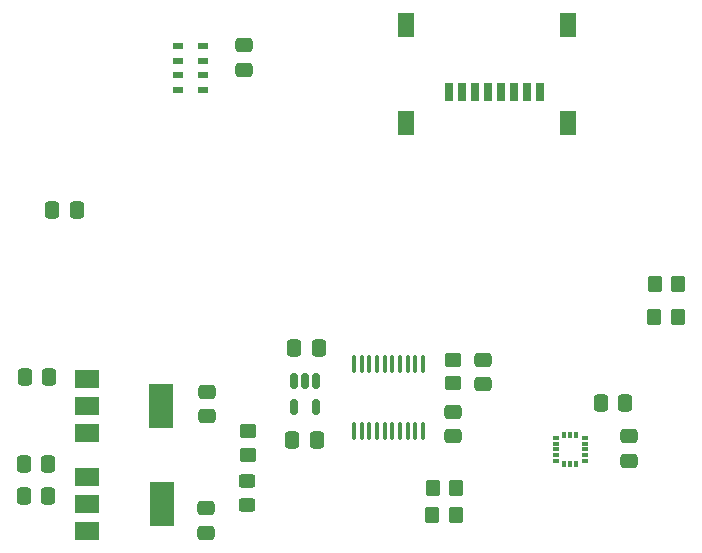
<source format=gbr>
%TF.GenerationSoftware,KiCad,Pcbnew,(6.0.2)*%
%TF.CreationDate,2022-10-19T15:06:20+05:30*%
%TF.ProjectId,flight_controller,666c6967-6874-45f6-936f-6e74726f6c6c,rev?*%
%TF.SameCoordinates,Original*%
%TF.FileFunction,Paste,Bot*%
%TF.FilePolarity,Positive*%
%FSLAX46Y46*%
G04 Gerber Fmt 4.6, Leading zero omitted, Abs format (unit mm)*
G04 Created by KiCad (PCBNEW (6.0.2)) date 2022-10-19 15:06:20*
%MOMM*%
%LPD*%
G01*
G04 APERTURE LIST*
G04 Aperture macros list*
%AMRoundRect*
0 Rectangle with rounded corners*
0 $1 Rounding radius*
0 $2 $3 $4 $5 $6 $7 $8 $9 X,Y pos of 4 corners*
0 Add a 4 corners polygon primitive as box body*
4,1,4,$2,$3,$4,$5,$6,$7,$8,$9,$2,$3,0*
0 Add four circle primitives for the rounded corners*
1,1,$1+$1,$2,$3*
1,1,$1+$1,$4,$5*
1,1,$1+$1,$6,$7*
1,1,$1+$1,$8,$9*
0 Add four rect primitives between the rounded corners*
20,1,$1+$1,$2,$3,$4,$5,0*
20,1,$1+$1,$4,$5,$6,$7,0*
20,1,$1+$1,$6,$7,$8,$9,0*
20,1,$1+$1,$8,$9,$2,$3,0*%
G04 Aperture macros list end*
%ADD10RoundRect,0.250000X0.350000X0.450000X-0.350000X0.450000X-0.350000X-0.450000X0.350000X-0.450000X0*%
%ADD11RoundRect,0.250000X0.337500X0.475000X-0.337500X0.475000X-0.337500X-0.475000X0.337500X-0.475000X0*%
%ADD12RoundRect,0.250000X-0.450000X0.350000X-0.450000X-0.350000X0.450000X-0.350000X0.450000X0.350000X0*%
%ADD13RoundRect,0.250000X-0.475000X0.337500X-0.475000X-0.337500X0.475000X-0.337500X0.475000X0.337500X0*%
%ADD14RoundRect,0.250000X-0.337500X-0.475000X0.337500X-0.475000X0.337500X0.475000X-0.337500X0.475000X0*%
%ADD15RoundRect,0.250000X0.475000X-0.337500X0.475000X0.337500X-0.475000X0.337500X-0.475000X-0.337500X0*%
%ADD16RoundRect,0.250000X-0.350000X-0.450000X0.350000X-0.450000X0.350000X0.450000X-0.350000X0.450000X0*%
%ADD17RoundRect,0.100000X-0.100000X0.637500X-0.100000X-0.637500X0.100000X-0.637500X0.100000X0.637500X0*%
%ADD18RoundRect,0.150000X-0.150000X0.512500X-0.150000X-0.512500X0.150000X-0.512500X0.150000X0.512500X0*%
%ADD19RoundRect,0.087500X0.187500X0.087500X-0.187500X0.087500X-0.187500X-0.087500X0.187500X-0.087500X0*%
%ADD20RoundRect,0.087500X0.087500X0.187500X-0.087500X0.187500X-0.087500X-0.187500X0.087500X-0.187500X0*%
%ADD21RoundRect,0.250000X0.450000X-0.350000X0.450000X0.350000X-0.450000X0.350000X-0.450000X-0.350000X0*%
%ADD22R,0.950000X0.550000*%
%ADD23RoundRect,0.250000X0.450000X-0.325000X0.450000X0.325000X-0.450000X0.325000X-0.450000X-0.325000X0*%
%ADD24R,2.000000X1.500000*%
%ADD25R,2.000000X3.800000*%
%ADD26R,0.800000X1.500000*%
%ADD27R,1.450000X2.000000*%
G04 APERTURE END LIST*
D10*
%TO.C,R13*%
X94234000Y-144272000D03*
X92234000Y-144272000D03*
%TD*%
D11*
%TO.C,C18*%
X108537500Y-137100000D03*
X106462500Y-137100000D03*
%TD*%
%TO.C,C32*%
X62087500Y-120750000D03*
X60012500Y-120750000D03*
%TD*%
%TO.C,C29*%
X59687500Y-142300000D03*
X57612500Y-142300000D03*
%TD*%
%TO.C,C27*%
X59787500Y-134900000D03*
X57712500Y-134900000D03*
%TD*%
D12*
%TO.C,R11*%
X76600000Y-139500000D03*
X76600000Y-141500000D03*
%TD*%
D13*
%TO.C,C19*%
X76250000Y-106812500D03*
X76250000Y-108887500D03*
%TD*%
D14*
%TO.C,C25*%
X80362500Y-140250000D03*
X82437500Y-140250000D03*
%TD*%
D15*
%TO.C,C26*%
X96500000Y-135537500D03*
X96500000Y-133462500D03*
%TD*%
D16*
%TO.C,R28*%
X111014000Y-129794000D03*
X113014000Y-129794000D03*
%TD*%
D17*
%TO.C,U5*%
X85575000Y-133787500D03*
X86225000Y-133787500D03*
X86875000Y-133787500D03*
X87525000Y-133787500D03*
X88175000Y-133787500D03*
X88825000Y-133787500D03*
X89475000Y-133787500D03*
X90125000Y-133787500D03*
X90775000Y-133787500D03*
X91425000Y-133787500D03*
X91425000Y-139512500D03*
X90775000Y-139512500D03*
X90125000Y-139512500D03*
X89475000Y-139512500D03*
X88825000Y-139512500D03*
X88175000Y-139512500D03*
X87525000Y-139512500D03*
X86875000Y-139512500D03*
X86225000Y-139512500D03*
X85575000Y-139512500D03*
%TD*%
D18*
%TO.C,U4*%
X80500000Y-135212500D03*
X81450000Y-135212500D03*
X82400000Y-135212500D03*
X82400000Y-137487500D03*
X80500000Y-137487500D03*
%TD*%
D13*
%TO.C,C22*%
X94000000Y-137862500D03*
X94000000Y-139937500D03*
%TD*%
D14*
%TO.C,C20*%
X80512500Y-132500000D03*
X82587500Y-132500000D03*
%TD*%
D13*
%TO.C,C17*%
X108900000Y-139912500D03*
X108900000Y-141987500D03*
%TD*%
D19*
%TO.C,U2*%
X105125000Y-140050000D03*
X105125000Y-140550000D03*
X105125000Y-141050000D03*
X105125000Y-141550000D03*
X105125000Y-142050000D03*
D20*
X104400000Y-142275000D03*
X103900000Y-142275000D03*
X103400000Y-142275000D03*
D19*
X102675000Y-142050000D03*
X102675000Y-141550000D03*
X102675000Y-141050000D03*
X102675000Y-140550000D03*
X102675000Y-140050000D03*
D20*
X103400000Y-139825000D03*
X103900000Y-139825000D03*
X104400000Y-139825000D03*
%TD*%
D15*
%TO.C,C30*%
X73100000Y-138237500D03*
X73100000Y-136162500D03*
%TD*%
D21*
%TO.C,R10*%
X94000000Y-135450000D03*
X94000000Y-133450000D03*
%TD*%
D13*
%TO.C,C31*%
X73050000Y-146012500D03*
X73050000Y-148087500D03*
%TD*%
D11*
%TO.C,C28*%
X59687500Y-144950000D03*
X57612500Y-144950000D03*
%TD*%
D10*
%TO.C,R12*%
X94218000Y-146558000D03*
X92218000Y-146558000D03*
%TD*%
D22*
%TO.C,U3*%
X72825000Y-106875000D03*
X72825000Y-108125000D03*
X72825000Y-109375000D03*
X72825000Y-110625000D03*
X70675000Y-110625000D03*
X70675000Y-109375000D03*
X70675000Y-108125000D03*
X70675000Y-106875000D03*
%TD*%
D23*
%TO.C,D3*%
X76550000Y-145775000D03*
X76550000Y-143725000D03*
%TD*%
D24*
%TO.C,U7*%
X63000000Y-147950000D03*
X63000000Y-145650000D03*
D25*
X69300000Y-145650000D03*
D24*
X63000000Y-143350000D03*
%TD*%
D26*
%TO.C,J4*%
X93650000Y-110800000D03*
X94750000Y-110800000D03*
X95850000Y-110800000D03*
X96950000Y-110800000D03*
X98050000Y-110800000D03*
X99150000Y-110800000D03*
X100250000Y-110800000D03*
X101350000Y-110800000D03*
D27*
X89975000Y-113400000D03*
X89975000Y-105100000D03*
X103725000Y-105100000D03*
X103725000Y-113400000D03*
%TD*%
D24*
%TO.C,U6*%
X62950000Y-139650000D03*
D25*
X69250000Y-137350000D03*
D24*
X62950000Y-137350000D03*
X62950000Y-135050000D03*
%TD*%
D16*
%TO.C,R27*%
X111030000Y-127000000D03*
X113030000Y-127000000D03*
%TD*%
M02*

</source>
